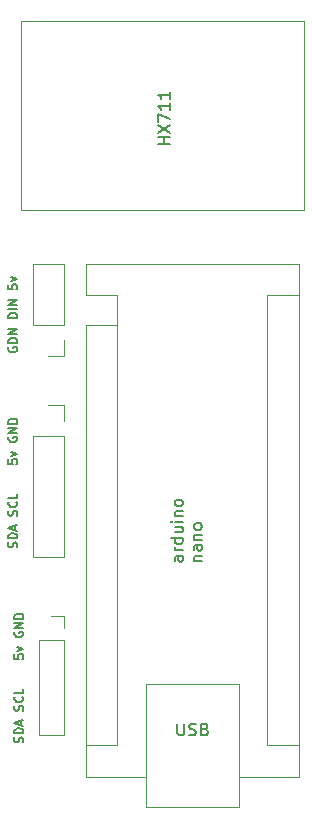
<source format=gto>
G04 #@! TF.GenerationSoftware,KiCad,Pcbnew,8.0.7*
G04 #@! TF.CreationDate,2025-05-25T12:57:58+02:00*
G04 #@! TF.ProjectId,Wave,57617665-2e6b-4696-9361-645f70636258,rev?*
G04 #@! TF.SameCoordinates,Original*
G04 #@! TF.FileFunction,Legend,Top*
G04 #@! TF.FilePolarity,Positive*
%FSLAX46Y46*%
G04 Gerber Fmt 4.6, Leading zero omitted, Abs format (unit mm)*
G04 Created by KiCad (PCBNEW 8.0.7) date 2025-05-25 12:57:58*
%MOMM*%
%LPD*%
G01*
G04 APERTURE LIST*
%ADD10C,0.150000*%
%ADD11C,0.120000*%
%ADD12C,0.100000*%
%ADD13R,1.700000X1.700000*%
%ADD14O,1.700000X1.700000*%
%ADD15R,1.350000X1.350000*%
%ADD16O,1.350000X1.350000*%
%ADD17C,1.700000*%
%ADD18O,1.600000X1.600000*%
%ADD19R,1.600000X1.600000*%
G04 APERTURE END LIST*
D10*
X99432700Y-147078458D02*
X99468414Y-146971316D01*
X99468414Y-146971316D02*
X99468414Y-146792744D01*
X99468414Y-146792744D02*
X99432700Y-146721316D01*
X99432700Y-146721316D02*
X99396985Y-146685601D01*
X99396985Y-146685601D02*
X99325557Y-146649887D01*
X99325557Y-146649887D02*
X99254128Y-146649887D01*
X99254128Y-146649887D02*
X99182700Y-146685601D01*
X99182700Y-146685601D02*
X99146985Y-146721316D01*
X99146985Y-146721316D02*
X99111271Y-146792744D01*
X99111271Y-146792744D02*
X99075557Y-146935601D01*
X99075557Y-146935601D02*
X99039842Y-147007030D01*
X99039842Y-147007030D02*
X99004128Y-147042744D01*
X99004128Y-147042744D02*
X98932700Y-147078458D01*
X98932700Y-147078458D02*
X98861271Y-147078458D01*
X98861271Y-147078458D02*
X98789842Y-147042744D01*
X98789842Y-147042744D02*
X98754128Y-147007030D01*
X98754128Y-147007030D02*
X98718414Y-146935601D01*
X98718414Y-146935601D02*
X98718414Y-146757030D01*
X98718414Y-146757030D02*
X98754128Y-146649887D01*
X99468414Y-146328458D02*
X98718414Y-146328458D01*
X98718414Y-146328458D02*
X98718414Y-146149887D01*
X98718414Y-146149887D02*
X98754128Y-146042744D01*
X98754128Y-146042744D02*
X98825557Y-145971315D01*
X98825557Y-145971315D02*
X98896985Y-145935601D01*
X98896985Y-145935601D02*
X99039842Y-145899887D01*
X99039842Y-145899887D02*
X99146985Y-145899887D01*
X99146985Y-145899887D02*
X99289842Y-145935601D01*
X99289842Y-145935601D02*
X99361271Y-145971315D01*
X99361271Y-145971315D02*
X99432700Y-146042744D01*
X99432700Y-146042744D02*
X99468414Y-146149887D01*
X99468414Y-146149887D02*
X99468414Y-146328458D01*
X99254128Y-145614172D02*
X99254128Y-145257030D01*
X99468414Y-145685601D02*
X98718414Y-145435601D01*
X98718414Y-145435601D02*
X99468414Y-145185601D01*
X99432700Y-144399886D02*
X99468414Y-144292744D01*
X99468414Y-144292744D02*
X99468414Y-144114172D01*
X99468414Y-144114172D02*
X99432700Y-144042744D01*
X99432700Y-144042744D02*
X99396985Y-144007029D01*
X99396985Y-144007029D02*
X99325557Y-143971315D01*
X99325557Y-143971315D02*
X99254128Y-143971315D01*
X99254128Y-143971315D02*
X99182700Y-144007029D01*
X99182700Y-144007029D02*
X99146985Y-144042744D01*
X99146985Y-144042744D02*
X99111271Y-144114172D01*
X99111271Y-144114172D02*
X99075557Y-144257029D01*
X99075557Y-144257029D02*
X99039842Y-144328458D01*
X99039842Y-144328458D02*
X99004128Y-144364172D01*
X99004128Y-144364172D02*
X98932700Y-144399886D01*
X98932700Y-144399886D02*
X98861271Y-144399886D01*
X98861271Y-144399886D02*
X98789842Y-144364172D01*
X98789842Y-144364172D02*
X98754128Y-144328458D01*
X98754128Y-144328458D02*
X98718414Y-144257029D01*
X98718414Y-144257029D02*
X98718414Y-144078458D01*
X98718414Y-144078458D02*
X98754128Y-143971315D01*
X99396985Y-143221315D02*
X99432700Y-143257029D01*
X99432700Y-143257029D02*
X99468414Y-143364172D01*
X99468414Y-143364172D02*
X99468414Y-143435600D01*
X99468414Y-143435600D02*
X99432700Y-143542743D01*
X99432700Y-143542743D02*
X99361271Y-143614172D01*
X99361271Y-143614172D02*
X99289842Y-143649886D01*
X99289842Y-143649886D02*
X99146985Y-143685600D01*
X99146985Y-143685600D02*
X99039842Y-143685600D01*
X99039842Y-143685600D02*
X98896985Y-143649886D01*
X98896985Y-143649886D02*
X98825557Y-143614172D01*
X98825557Y-143614172D02*
X98754128Y-143542743D01*
X98754128Y-143542743D02*
X98718414Y-143435600D01*
X98718414Y-143435600D02*
X98718414Y-143364172D01*
X98718414Y-143364172D02*
X98754128Y-143257029D01*
X98754128Y-143257029D02*
X98789842Y-143221315D01*
X99468414Y-142542743D02*
X99468414Y-142899886D01*
X99468414Y-142899886D02*
X98718414Y-142899886D01*
X98718414Y-139649884D02*
X98718414Y-140007027D01*
X98718414Y-140007027D02*
X99075557Y-140042741D01*
X99075557Y-140042741D02*
X99039842Y-140007027D01*
X99039842Y-140007027D02*
X99004128Y-139935599D01*
X99004128Y-139935599D02*
X99004128Y-139757027D01*
X99004128Y-139757027D02*
X99039842Y-139685599D01*
X99039842Y-139685599D02*
X99075557Y-139649884D01*
X99075557Y-139649884D02*
X99146985Y-139614170D01*
X99146985Y-139614170D02*
X99325557Y-139614170D01*
X99325557Y-139614170D02*
X99396985Y-139649884D01*
X99396985Y-139649884D02*
X99432700Y-139685599D01*
X99432700Y-139685599D02*
X99468414Y-139757027D01*
X99468414Y-139757027D02*
X99468414Y-139935599D01*
X99468414Y-139935599D02*
X99432700Y-140007027D01*
X99432700Y-140007027D02*
X99396985Y-140042741D01*
X98968414Y-139364170D02*
X99468414Y-139185598D01*
X99468414Y-139185598D02*
X98968414Y-139007027D01*
X98754128Y-137757026D02*
X98718414Y-137828455D01*
X98718414Y-137828455D02*
X98718414Y-137935597D01*
X98718414Y-137935597D02*
X98754128Y-138042740D01*
X98754128Y-138042740D02*
X98825557Y-138114169D01*
X98825557Y-138114169D02*
X98896985Y-138149883D01*
X98896985Y-138149883D02*
X99039842Y-138185597D01*
X99039842Y-138185597D02*
X99146985Y-138185597D01*
X99146985Y-138185597D02*
X99289842Y-138149883D01*
X99289842Y-138149883D02*
X99361271Y-138114169D01*
X99361271Y-138114169D02*
X99432700Y-138042740D01*
X99432700Y-138042740D02*
X99468414Y-137935597D01*
X99468414Y-137935597D02*
X99468414Y-137864169D01*
X99468414Y-137864169D02*
X99432700Y-137757026D01*
X99432700Y-137757026D02*
X99396985Y-137721312D01*
X99396985Y-137721312D02*
X99146985Y-137721312D01*
X99146985Y-137721312D02*
X99146985Y-137864169D01*
X99468414Y-137399883D02*
X98718414Y-137399883D01*
X98718414Y-137399883D02*
X99468414Y-136971312D01*
X99468414Y-136971312D02*
X98718414Y-136971312D01*
X99468414Y-136614169D02*
X98718414Y-136614169D01*
X98718414Y-136614169D02*
X98718414Y-136435598D01*
X98718414Y-136435598D02*
X98754128Y-136328455D01*
X98754128Y-136328455D02*
X98825557Y-136257026D01*
X98825557Y-136257026D02*
X98896985Y-136221312D01*
X98896985Y-136221312D02*
X99039842Y-136185598D01*
X99039842Y-136185598D02*
X99146985Y-136185598D01*
X99146985Y-136185598D02*
X99289842Y-136221312D01*
X99289842Y-136221312D02*
X99361271Y-136257026D01*
X99361271Y-136257026D02*
X99432700Y-136328455D01*
X99432700Y-136328455D02*
X99468414Y-136435598D01*
X99468414Y-136435598D02*
X99468414Y-136614169D01*
X112391819Y-112947220D02*
X111391819Y-112947220D01*
X111868009Y-112947220D02*
X111868009Y-112375792D01*
X112391819Y-112375792D02*
X111391819Y-112375792D01*
X111391819Y-111994839D02*
X112391819Y-111328173D01*
X111391819Y-111328173D02*
X112391819Y-111994839D01*
X111391819Y-111042458D02*
X111391819Y-110375792D01*
X111391819Y-110375792D02*
X112391819Y-110804363D01*
X112391819Y-109471030D02*
X112391819Y-110042458D01*
X112391819Y-109756744D02*
X111391819Y-109756744D01*
X111391819Y-109756744D02*
X111534676Y-109851982D01*
X111534676Y-109851982D02*
X111629914Y-109947220D01*
X111629914Y-109947220D02*
X111677533Y-110042458D01*
X112391819Y-108518649D02*
X112391819Y-109090077D01*
X112391819Y-108804363D02*
X111391819Y-108804363D01*
X111391819Y-108804363D02*
X111534676Y-108899601D01*
X111534676Y-108899601D02*
X111629914Y-108994839D01*
X111629914Y-108994839D02*
X111677533Y-109090077D01*
X98754128Y-130139887D02*
X98718414Y-130211316D01*
X98718414Y-130211316D02*
X98718414Y-130318458D01*
X98718414Y-130318458D02*
X98754128Y-130425601D01*
X98754128Y-130425601D02*
X98825557Y-130497030D01*
X98825557Y-130497030D02*
X98896985Y-130532744D01*
X98896985Y-130532744D02*
X99039842Y-130568458D01*
X99039842Y-130568458D02*
X99146985Y-130568458D01*
X99146985Y-130568458D02*
X99289842Y-130532744D01*
X99289842Y-130532744D02*
X99361271Y-130497030D01*
X99361271Y-130497030D02*
X99432700Y-130425601D01*
X99432700Y-130425601D02*
X99468414Y-130318458D01*
X99468414Y-130318458D02*
X99468414Y-130247030D01*
X99468414Y-130247030D02*
X99432700Y-130139887D01*
X99432700Y-130139887D02*
X99396985Y-130104173D01*
X99396985Y-130104173D02*
X99146985Y-130104173D01*
X99146985Y-130104173D02*
X99146985Y-130247030D01*
X99468414Y-129782744D02*
X98718414Y-129782744D01*
X98718414Y-129782744D02*
X98718414Y-129604173D01*
X98718414Y-129604173D02*
X98754128Y-129497030D01*
X98754128Y-129497030D02*
X98825557Y-129425601D01*
X98825557Y-129425601D02*
X98896985Y-129389887D01*
X98896985Y-129389887D02*
X99039842Y-129354173D01*
X99039842Y-129354173D02*
X99146985Y-129354173D01*
X99146985Y-129354173D02*
X99289842Y-129389887D01*
X99289842Y-129389887D02*
X99361271Y-129425601D01*
X99361271Y-129425601D02*
X99432700Y-129497030D01*
X99432700Y-129497030D02*
X99468414Y-129604173D01*
X99468414Y-129604173D02*
X99468414Y-129782744D01*
X99468414Y-129032744D02*
X98718414Y-129032744D01*
X98718414Y-129032744D02*
X99468414Y-128604173D01*
X99468414Y-128604173D02*
X98718414Y-128604173D01*
X99468414Y-127675601D02*
X98718414Y-127675601D01*
X98718414Y-127675601D02*
X98718414Y-127497030D01*
X98718414Y-127497030D02*
X98754128Y-127389887D01*
X98754128Y-127389887D02*
X98825557Y-127318458D01*
X98825557Y-127318458D02*
X98896985Y-127282744D01*
X98896985Y-127282744D02*
X99039842Y-127247030D01*
X99039842Y-127247030D02*
X99146985Y-127247030D01*
X99146985Y-127247030D02*
X99289842Y-127282744D01*
X99289842Y-127282744D02*
X99361271Y-127318458D01*
X99361271Y-127318458D02*
X99432700Y-127389887D01*
X99432700Y-127389887D02*
X99468414Y-127497030D01*
X99468414Y-127497030D02*
X99468414Y-127675601D01*
X99468414Y-126925601D02*
X98718414Y-126925601D01*
X99468414Y-126568458D02*
X98718414Y-126568458D01*
X98718414Y-126568458D02*
X99468414Y-126139887D01*
X99468414Y-126139887D02*
X98718414Y-126139887D01*
X98718414Y-124854172D02*
X98718414Y-125211315D01*
X98718414Y-125211315D02*
X99075557Y-125247029D01*
X99075557Y-125247029D02*
X99039842Y-125211315D01*
X99039842Y-125211315D02*
X99004128Y-125139887D01*
X99004128Y-125139887D02*
X99004128Y-124961315D01*
X99004128Y-124961315D02*
X99039842Y-124889887D01*
X99039842Y-124889887D02*
X99075557Y-124854172D01*
X99075557Y-124854172D02*
X99146985Y-124818458D01*
X99146985Y-124818458D02*
X99325557Y-124818458D01*
X99325557Y-124818458D02*
X99396985Y-124854172D01*
X99396985Y-124854172D02*
X99432700Y-124889887D01*
X99432700Y-124889887D02*
X99468414Y-124961315D01*
X99468414Y-124961315D02*
X99468414Y-125139887D01*
X99468414Y-125139887D02*
X99432700Y-125211315D01*
X99432700Y-125211315D02*
X99396985Y-125247029D01*
X98968414Y-124568458D02*
X99468414Y-124389886D01*
X99468414Y-124389886D02*
X98968414Y-124211315D01*
X99940700Y-163588458D02*
X99976414Y-163481316D01*
X99976414Y-163481316D02*
X99976414Y-163302744D01*
X99976414Y-163302744D02*
X99940700Y-163231316D01*
X99940700Y-163231316D02*
X99904985Y-163195601D01*
X99904985Y-163195601D02*
X99833557Y-163159887D01*
X99833557Y-163159887D02*
X99762128Y-163159887D01*
X99762128Y-163159887D02*
X99690700Y-163195601D01*
X99690700Y-163195601D02*
X99654985Y-163231316D01*
X99654985Y-163231316D02*
X99619271Y-163302744D01*
X99619271Y-163302744D02*
X99583557Y-163445601D01*
X99583557Y-163445601D02*
X99547842Y-163517030D01*
X99547842Y-163517030D02*
X99512128Y-163552744D01*
X99512128Y-163552744D02*
X99440700Y-163588458D01*
X99440700Y-163588458D02*
X99369271Y-163588458D01*
X99369271Y-163588458D02*
X99297842Y-163552744D01*
X99297842Y-163552744D02*
X99262128Y-163517030D01*
X99262128Y-163517030D02*
X99226414Y-163445601D01*
X99226414Y-163445601D02*
X99226414Y-163267030D01*
X99226414Y-163267030D02*
X99262128Y-163159887D01*
X99976414Y-162838458D02*
X99226414Y-162838458D01*
X99226414Y-162838458D02*
X99226414Y-162659887D01*
X99226414Y-162659887D02*
X99262128Y-162552744D01*
X99262128Y-162552744D02*
X99333557Y-162481315D01*
X99333557Y-162481315D02*
X99404985Y-162445601D01*
X99404985Y-162445601D02*
X99547842Y-162409887D01*
X99547842Y-162409887D02*
X99654985Y-162409887D01*
X99654985Y-162409887D02*
X99797842Y-162445601D01*
X99797842Y-162445601D02*
X99869271Y-162481315D01*
X99869271Y-162481315D02*
X99940700Y-162552744D01*
X99940700Y-162552744D02*
X99976414Y-162659887D01*
X99976414Y-162659887D02*
X99976414Y-162838458D01*
X99762128Y-162124172D02*
X99762128Y-161767030D01*
X99976414Y-162195601D02*
X99226414Y-161945601D01*
X99226414Y-161945601D02*
X99976414Y-161695601D01*
X99940700Y-160909886D02*
X99976414Y-160802744D01*
X99976414Y-160802744D02*
X99976414Y-160624172D01*
X99976414Y-160624172D02*
X99940700Y-160552744D01*
X99940700Y-160552744D02*
X99904985Y-160517029D01*
X99904985Y-160517029D02*
X99833557Y-160481315D01*
X99833557Y-160481315D02*
X99762128Y-160481315D01*
X99762128Y-160481315D02*
X99690700Y-160517029D01*
X99690700Y-160517029D02*
X99654985Y-160552744D01*
X99654985Y-160552744D02*
X99619271Y-160624172D01*
X99619271Y-160624172D02*
X99583557Y-160767029D01*
X99583557Y-160767029D02*
X99547842Y-160838458D01*
X99547842Y-160838458D02*
X99512128Y-160874172D01*
X99512128Y-160874172D02*
X99440700Y-160909886D01*
X99440700Y-160909886D02*
X99369271Y-160909886D01*
X99369271Y-160909886D02*
X99297842Y-160874172D01*
X99297842Y-160874172D02*
X99262128Y-160838458D01*
X99262128Y-160838458D02*
X99226414Y-160767029D01*
X99226414Y-160767029D02*
X99226414Y-160588458D01*
X99226414Y-160588458D02*
X99262128Y-160481315D01*
X99904985Y-159731315D02*
X99940700Y-159767029D01*
X99940700Y-159767029D02*
X99976414Y-159874172D01*
X99976414Y-159874172D02*
X99976414Y-159945600D01*
X99976414Y-159945600D02*
X99940700Y-160052743D01*
X99940700Y-160052743D02*
X99869271Y-160124172D01*
X99869271Y-160124172D02*
X99797842Y-160159886D01*
X99797842Y-160159886D02*
X99654985Y-160195600D01*
X99654985Y-160195600D02*
X99547842Y-160195600D01*
X99547842Y-160195600D02*
X99404985Y-160159886D01*
X99404985Y-160159886D02*
X99333557Y-160124172D01*
X99333557Y-160124172D02*
X99262128Y-160052743D01*
X99262128Y-160052743D02*
X99226414Y-159945600D01*
X99226414Y-159945600D02*
X99226414Y-159874172D01*
X99226414Y-159874172D02*
X99262128Y-159767029D01*
X99262128Y-159767029D02*
X99297842Y-159731315D01*
X99976414Y-159052743D02*
X99976414Y-159409886D01*
X99976414Y-159409886D02*
X99226414Y-159409886D01*
X99226414Y-156159884D02*
X99226414Y-156517027D01*
X99226414Y-156517027D02*
X99583557Y-156552741D01*
X99583557Y-156552741D02*
X99547842Y-156517027D01*
X99547842Y-156517027D02*
X99512128Y-156445599D01*
X99512128Y-156445599D02*
X99512128Y-156267027D01*
X99512128Y-156267027D02*
X99547842Y-156195599D01*
X99547842Y-156195599D02*
X99583557Y-156159884D01*
X99583557Y-156159884D02*
X99654985Y-156124170D01*
X99654985Y-156124170D02*
X99833557Y-156124170D01*
X99833557Y-156124170D02*
X99904985Y-156159884D01*
X99904985Y-156159884D02*
X99940700Y-156195599D01*
X99940700Y-156195599D02*
X99976414Y-156267027D01*
X99976414Y-156267027D02*
X99976414Y-156445599D01*
X99976414Y-156445599D02*
X99940700Y-156517027D01*
X99940700Y-156517027D02*
X99904985Y-156552741D01*
X99476414Y-155874170D02*
X99976414Y-155695598D01*
X99976414Y-155695598D02*
X99476414Y-155517027D01*
X99262128Y-154267026D02*
X99226414Y-154338455D01*
X99226414Y-154338455D02*
X99226414Y-154445597D01*
X99226414Y-154445597D02*
X99262128Y-154552740D01*
X99262128Y-154552740D02*
X99333557Y-154624169D01*
X99333557Y-154624169D02*
X99404985Y-154659883D01*
X99404985Y-154659883D02*
X99547842Y-154695597D01*
X99547842Y-154695597D02*
X99654985Y-154695597D01*
X99654985Y-154695597D02*
X99797842Y-154659883D01*
X99797842Y-154659883D02*
X99869271Y-154624169D01*
X99869271Y-154624169D02*
X99940700Y-154552740D01*
X99940700Y-154552740D02*
X99976414Y-154445597D01*
X99976414Y-154445597D02*
X99976414Y-154374169D01*
X99976414Y-154374169D02*
X99940700Y-154267026D01*
X99940700Y-154267026D02*
X99904985Y-154231312D01*
X99904985Y-154231312D02*
X99654985Y-154231312D01*
X99654985Y-154231312D02*
X99654985Y-154374169D01*
X99976414Y-153909883D02*
X99226414Y-153909883D01*
X99226414Y-153909883D02*
X99976414Y-153481312D01*
X99976414Y-153481312D02*
X99226414Y-153481312D01*
X99976414Y-153124169D02*
X99226414Y-153124169D01*
X99226414Y-153124169D02*
X99226414Y-152945598D01*
X99226414Y-152945598D02*
X99262128Y-152838455D01*
X99262128Y-152838455D02*
X99333557Y-152767026D01*
X99333557Y-152767026D02*
X99404985Y-152731312D01*
X99404985Y-152731312D02*
X99547842Y-152695598D01*
X99547842Y-152695598D02*
X99654985Y-152695598D01*
X99654985Y-152695598D02*
X99797842Y-152731312D01*
X99797842Y-152731312D02*
X99869271Y-152767026D01*
X99869271Y-152767026D02*
X99940700Y-152838455D01*
X99940700Y-152838455D02*
X99976414Y-152945598D01*
X99976414Y-152945598D02*
X99976414Y-153124169D01*
X113489931Y-147824649D02*
X112966121Y-147824649D01*
X112966121Y-147824649D02*
X112870883Y-147872268D01*
X112870883Y-147872268D02*
X112823264Y-147967506D01*
X112823264Y-147967506D02*
X112823264Y-148157982D01*
X112823264Y-148157982D02*
X112870883Y-148253220D01*
X113442312Y-147824649D02*
X113489931Y-147919887D01*
X113489931Y-147919887D02*
X113489931Y-148157982D01*
X113489931Y-148157982D02*
X113442312Y-148253220D01*
X113442312Y-148253220D02*
X113347073Y-148300839D01*
X113347073Y-148300839D02*
X113251835Y-148300839D01*
X113251835Y-148300839D02*
X113156597Y-148253220D01*
X113156597Y-148253220D02*
X113108978Y-148157982D01*
X113108978Y-148157982D02*
X113108978Y-147919887D01*
X113108978Y-147919887D02*
X113061359Y-147824649D01*
X113489931Y-147348458D02*
X112823264Y-147348458D01*
X113013740Y-147348458D02*
X112918502Y-147300839D01*
X112918502Y-147300839D02*
X112870883Y-147253220D01*
X112870883Y-147253220D02*
X112823264Y-147157982D01*
X112823264Y-147157982D02*
X112823264Y-147062744D01*
X113489931Y-146300839D02*
X112489931Y-146300839D01*
X113442312Y-146300839D02*
X113489931Y-146396077D01*
X113489931Y-146396077D02*
X113489931Y-146586553D01*
X113489931Y-146586553D02*
X113442312Y-146681791D01*
X113442312Y-146681791D02*
X113394692Y-146729410D01*
X113394692Y-146729410D02*
X113299454Y-146777029D01*
X113299454Y-146777029D02*
X113013740Y-146777029D01*
X113013740Y-146777029D02*
X112918502Y-146729410D01*
X112918502Y-146729410D02*
X112870883Y-146681791D01*
X112870883Y-146681791D02*
X112823264Y-146586553D01*
X112823264Y-146586553D02*
X112823264Y-146396077D01*
X112823264Y-146396077D02*
X112870883Y-146300839D01*
X112823264Y-145396077D02*
X113489931Y-145396077D01*
X112823264Y-145824648D02*
X113347073Y-145824648D01*
X113347073Y-145824648D02*
X113442312Y-145777029D01*
X113442312Y-145777029D02*
X113489931Y-145681791D01*
X113489931Y-145681791D02*
X113489931Y-145538934D01*
X113489931Y-145538934D02*
X113442312Y-145443696D01*
X113442312Y-145443696D02*
X113394692Y-145396077D01*
X113489931Y-144919886D02*
X112823264Y-144919886D01*
X112489931Y-144919886D02*
X112537550Y-144967505D01*
X112537550Y-144967505D02*
X112585169Y-144919886D01*
X112585169Y-144919886D02*
X112537550Y-144872267D01*
X112537550Y-144872267D02*
X112489931Y-144919886D01*
X112489931Y-144919886D02*
X112585169Y-144919886D01*
X112823264Y-144443696D02*
X113489931Y-144443696D01*
X112918502Y-144443696D02*
X112870883Y-144396077D01*
X112870883Y-144396077D02*
X112823264Y-144300839D01*
X112823264Y-144300839D02*
X112823264Y-144157982D01*
X112823264Y-144157982D02*
X112870883Y-144062744D01*
X112870883Y-144062744D02*
X112966121Y-144015125D01*
X112966121Y-144015125D02*
X113489931Y-144015125D01*
X113489931Y-143396077D02*
X113442312Y-143491315D01*
X113442312Y-143491315D02*
X113394692Y-143538934D01*
X113394692Y-143538934D02*
X113299454Y-143586553D01*
X113299454Y-143586553D02*
X113013740Y-143586553D01*
X113013740Y-143586553D02*
X112918502Y-143538934D01*
X112918502Y-143538934D02*
X112870883Y-143491315D01*
X112870883Y-143491315D02*
X112823264Y-143396077D01*
X112823264Y-143396077D02*
X112823264Y-143253220D01*
X112823264Y-143253220D02*
X112870883Y-143157982D01*
X112870883Y-143157982D02*
X112918502Y-143110363D01*
X112918502Y-143110363D02*
X113013740Y-143062744D01*
X113013740Y-143062744D02*
X113299454Y-143062744D01*
X113299454Y-143062744D02*
X113394692Y-143110363D01*
X113394692Y-143110363D02*
X113442312Y-143157982D01*
X113442312Y-143157982D02*
X113489931Y-143253220D01*
X113489931Y-143253220D02*
X113489931Y-143396077D01*
X114433208Y-148253220D02*
X115099875Y-148253220D01*
X114528446Y-148253220D02*
X114480827Y-148205601D01*
X114480827Y-148205601D02*
X114433208Y-148110363D01*
X114433208Y-148110363D02*
X114433208Y-147967506D01*
X114433208Y-147967506D02*
X114480827Y-147872268D01*
X114480827Y-147872268D02*
X114576065Y-147824649D01*
X114576065Y-147824649D02*
X115099875Y-147824649D01*
X115099875Y-146919887D02*
X114576065Y-146919887D01*
X114576065Y-146919887D02*
X114480827Y-146967506D01*
X114480827Y-146967506D02*
X114433208Y-147062744D01*
X114433208Y-147062744D02*
X114433208Y-147253220D01*
X114433208Y-147253220D02*
X114480827Y-147348458D01*
X115052256Y-146919887D02*
X115099875Y-147015125D01*
X115099875Y-147015125D02*
X115099875Y-147253220D01*
X115099875Y-147253220D02*
X115052256Y-147348458D01*
X115052256Y-147348458D02*
X114957017Y-147396077D01*
X114957017Y-147396077D02*
X114861779Y-147396077D01*
X114861779Y-147396077D02*
X114766541Y-147348458D01*
X114766541Y-147348458D02*
X114718922Y-147253220D01*
X114718922Y-147253220D02*
X114718922Y-147015125D01*
X114718922Y-147015125D02*
X114671303Y-146919887D01*
X114433208Y-146443696D02*
X115099875Y-146443696D01*
X114528446Y-146443696D02*
X114480827Y-146396077D01*
X114480827Y-146396077D02*
X114433208Y-146300839D01*
X114433208Y-146300839D02*
X114433208Y-146157982D01*
X114433208Y-146157982D02*
X114480827Y-146062744D01*
X114480827Y-146062744D02*
X114576065Y-146015125D01*
X114576065Y-146015125D02*
X115099875Y-146015125D01*
X115099875Y-145396077D02*
X115052256Y-145491315D01*
X115052256Y-145491315D02*
X115004636Y-145538934D01*
X115004636Y-145538934D02*
X114909398Y-145586553D01*
X114909398Y-145586553D02*
X114623684Y-145586553D01*
X114623684Y-145586553D02*
X114528446Y-145538934D01*
X114528446Y-145538934D02*
X114480827Y-145491315D01*
X114480827Y-145491315D02*
X114433208Y-145396077D01*
X114433208Y-145396077D02*
X114433208Y-145253220D01*
X114433208Y-145253220D02*
X114480827Y-145157982D01*
X114480827Y-145157982D02*
X114528446Y-145110363D01*
X114528446Y-145110363D02*
X114623684Y-145062744D01*
X114623684Y-145062744D02*
X114909398Y-145062744D01*
X114909398Y-145062744D02*
X115004636Y-145110363D01*
X115004636Y-145110363D02*
X115052256Y-145157982D01*
X115052256Y-145157982D02*
X115099875Y-145253220D01*
X115099875Y-145253220D02*
X115099875Y-145396077D01*
X113038095Y-162014819D02*
X113038095Y-162824342D01*
X113038095Y-162824342D02*
X113085714Y-162919580D01*
X113085714Y-162919580D02*
X113133333Y-162967200D01*
X113133333Y-162967200D02*
X113228571Y-163014819D01*
X113228571Y-163014819D02*
X113419047Y-163014819D01*
X113419047Y-163014819D02*
X113514285Y-162967200D01*
X113514285Y-162967200D02*
X113561904Y-162919580D01*
X113561904Y-162919580D02*
X113609523Y-162824342D01*
X113609523Y-162824342D02*
X113609523Y-162014819D01*
X114038095Y-162967200D02*
X114180952Y-163014819D01*
X114180952Y-163014819D02*
X114419047Y-163014819D01*
X114419047Y-163014819D02*
X114514285Y-162967200D01*
X114514285Y-162967200D02*
X114561904Y-162919580D01*
X114561904Y-162919580D02*
X114609523Y-162824342D01*
X114609523Y-162824342D02*
X114609523Y-162729104D01*
X114609523Y-162729104D02*
X114561904Y-162633866D01*
X114561904Y-162633866D02*
X114514285Y-162586247D01*
X114514285Y-162586247D02*
X114419047Y-162538628D01*
X114419047Y-162538628D02*
X114228571Y-162491009D01*
X114228571Y-162491009D02*
X114133333Y-162443390D01*
X114133333Y-162443390D02*
X114085714Y-162395771D01*
X114085714Y-162395771D02*
X114038095Y-162300533D01*
X114038095Y-162300533D02*
X114038095Y-162205295D01*
X114038095Y-162205295D02*
X114085714Y-162110057D01*
X114085714Y-162110057D02*
X114133333Y-162062438D01*
X114133333Y-162062438D02*
X114228571Y-162014819D01*
X114228571Y-162014819D02*
X114466666Y-162014819D01*
X114466666Y-162014819D02*
X114609523Y-162062438D01*
X115371428Y-162491009D02*
X115514285Y-162538628D01*
X115514285Y-162538628D02*
X115561904Y-162586247D01*
X115561904Y-162586247D02*
X115609523Y-162681485D01*
X115609523Y-162681485D02*
X115609523Y-162824342D01*
X115609523Y-162824342D02*
X115561904Y-162919580D01*
X115561904Y-162919580D02*
X115514285Y-162967200D01*
X115514285Y-162967200D02*
X115419047Y-163014819D01*
X115419047Y-163014819D02*
X115038095Y-163014819D01*
X115038095Y-163014819D02*
X115038095Y-162014819D01*
X115038095Y-162014819D02*
X115371428Y-162014819D01*
X115371428Y-162014819D02*
X115466666Y-162062438D01*
X115466666Y-162062438D02*
X115514285Y-162110057D01*
X115514285Y-162110057D02*
X115561904Y-162205295D01*
X115561904Y-162205295D02*
X115561904Y-162300533D01*
X115561904Y-162300533D02*
X115514285Y-162395771D01*
X115514285Y-162395771D02*
X115466666Y-162443390D01*
X115466666Y-162443390D02*
X115371428Y-162491009D01*
X115371428Y-162491009D02*
X115038095Y-162491009D01*
D11*
X100778000Y-137668000D02*
X100778000Y-147888000D01*
X100778000Y-137668000D02*
X103438000Y-137668000D01*
X100778000Y-147888000D02*
X103438000Y-147888000D01*
X102108000Y-135068000D02*
X103438000Y-135068000D01*
X103438000Y-135068000D02*
X103438000Y-136398000D01*
X103438000Y-137668000D02*
X103438000Y-147888000D01*
X101302000Y-154924000D02*
X101302000Y-162984000D01*
X101302000Y-154924000D02*
X103422000Y-154924000D01*
X101302000Y-162984000D02*
X103422000Y-162984000D01*
X102362000Y-152864000D02*
X103422000Y-152864000D01*
X103422000Y-152864000D02*
X103422000Y-153924000D01*
X103422000Y-154924000D02*
X103422000Y-162984000D01*
D12*
X99760000Y-102490000D02*
X123760000Y-102490000D01*
X123760000Y-118490000D01*
X99760000Y-118490000D01*
X99760000Y-102490000D01*
D11*
X100778000Y-128270000D02*
X100778000Y-123130000D01*
X103438000Y-123130000D02*
X100778000Y-123130000D01*
X103438000Y-128270000D02*
X100778000Y-128270000D01*
X103438000Y-128270000D02*
X103438000Y-123130000D01*
X103438000Y-129540000D02*
X103438000Y-130870000D01*
X103438000Y-130870000D02*
X102108000Y-130870000D01*
X123320000Y-166500000D02*
X123320000Y-123060000D01*
X123320000Y-166500000D02*
X118240000Y-166500000D01*
X123320000Y-123060000D02*
X105280000Y-123060000D01*
X120650000Y-163830000D02*
X123320000Y-163830000D01*
X120650000Y-125730000D02*
X123320000Y-125730000D01*
X120650000Y-125730000D02*
X120650000Y-163830000D01*
X118240000Y-169040000D02*
X110360000Y-169040000D01*
X118240000Y-158620000D02*
X118240000Y-169040000D01*
X110360000Y-169040000D02*
X110360000Y-158620000D01*
X110360000Y-158620000D02*
X118240000Y-158620000D01*
X107950000Y-163830000D02*
X105280000Y-163830000D01*
X107950000Y-128270000D02*
X107950000Y-163830000D01*
X107950000Y-128270000D02*
X107950000Y-125730000D01*
X107950000Y-128270000D02*
X105280000Y-128270000D01*
X107950000Y-125730000D02*
X105280000Y-125730000D01*
X105280000Y-166500000D02*
X110360000Y-166500000D01*
X105280000Y-128270000D02*
X105280000Y-166500000D01*
X105280000Y-123060000D02*
X105280000Y-125730000D01*
%LPC*%
D13*
X102108000Y-136398000D03*
D14*
X102108000Y-138938000D03*
X102108000Y-141478000D03*
X102108000Y-144018000D03*
X102108000Y-146558000D03*
D15*
X102362000Y-153924000D03*
D16*
X102362000Y-155924000D03*
X102362000Y-157924000D03*
X102362000Y-159924000D03*
X102362000Y-161924000D03*
D17*
X101600000Y-111760000D03*
X101600000Y-109220000D03*
X101600000Y-116840000D03*
X101600000Y-114300000D03*
X121920000Y-109220000D03*
X101600000Y-104140000D03*
X101600000Y-106680000D03*
D13*
X121920000Y-106680000D03*
D17*
X121920000Y-111760000D03*
X121920000Y-114300000D03*
D14*
X102108000Y-124460000D03*
X102108000Y-127000000D03*
D13*
X102108000Y-129540000D03*
D18*
X121920000Y-127000000D03*
D19*
X106680000Y-127000000D03*
D18*
X106680000Y-129540000D03*
X121920000Y-132080000D03*
X106680000Y-132080000D03*
X121920000Y-157480000D03*
X121920000Y-129540000D03*
X106680000Y-134620000D03*
X121920000Y-162560000D03*
X106680000Y-162560000D03*
X106680000Y-160020000D03*
X106680000Y-157480000D03*
X106680000Y-154940000D03*
X106680000Y-152400000D03*
X106680000Y-149860000D03*
X106680000Y-147320000D03*
X106680000Y-144780000D03*
X106680000Y-142240000D03*
X106680000Y-139700000D03*
X106680000Y-137160000D03*
X121920000Y-137160000D03*
X121920000Y-139700000D03*
X121920000Y-142240000D03*
X121920000Y-144780000D03*
X121920000Y-147320000D03*
X121920000Y-149860000D03*
X121920000Y-152400000D03*
X121920000Y-154940000D03*
X121920000Y-134620000D03*
X121920000Y-160020000D03*
%LPD*%
M02*

</source>
